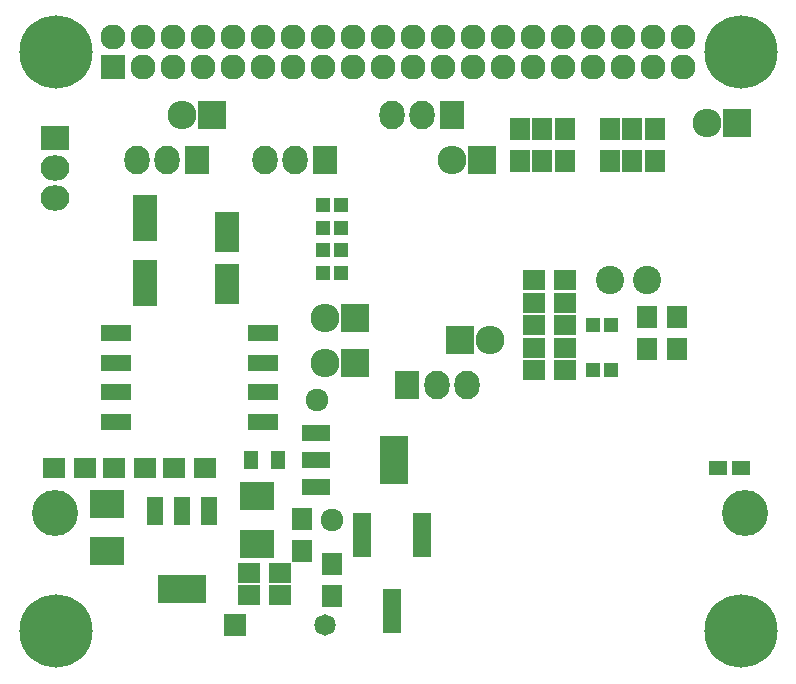
<source format=gts>
G04 #@! TF.FileFunction,Soldermask,Top*
%FSLAX46Y46*%
G04 Gerber Fmt 4.6, Leading zero omitted, Abs format (unit mm)*
G04 Created by KiCad (PCBNEW 0.201512281231+6406~40~ubuntu14.04.1-stable) date Son 03 Jan 2016 21:13:02 CET*
%MOMM*%
G01*
G04 APERTURE LIST*
%ADD10C,0.200000*%
%ADD11C,6.200000*%
%ADD12R,2.600000X1.400000*%
%ADD13R,1.900000X1.700000*%
%ADD14R,1.700000X1.900000*%
%ADD15R,2.127200X2.127200*%
%ADD16O,2.127200X2.127200*%
%ADD17R,1.197560X1.197560*%
%ADD18R,2.432000X2.432000*%
%ADD19O,2.432000X2.432000*%
%ADD20R,2.127200X2.432000*%
%ADD21O,2.127200X2.432000*%
%ADD22R,2.900000X2.400000*%
%ADD23R,1.600000X1.150000*%
%ADD24R,1.200000X1.500000*%
%ADD25C,3.900120*%
%ADD26C,2.398980*%
%ADD27R,2.432000X2.127200*%
%ADD28O,2.432000X2.127200*%
%ADD29R,2.432000X4.057600*%
%ADD30R,2.432000X1.416000*%
%ADD31R,4.057600X2.432000*%
%ADD32R,1.416000X2.432000*%
%ADD33R,1.822400X1.822400*%
%ADD34C,1.822400*%
%ADD35C,1.924000*%
%ADD36R,1.590000X3.700000*%
%ADD37R,2.000200X3.999180*%
%ADD38R,2.000200X3.399740*%
G04 APERTURE END LIST*
D10*
D11*
X100000000Y-38500000D03*
X100000000Y-87500000D03*
X42000000Y-87500000D03*
X42000000Y-38500000D03*
D12*
X47090000Y-62290000D03*
X47090000Y-64790000D03*
X47090000Y-67290000D03*
X47090000Y-69790000D03*
X59590000Y-69790000D03*
X59590000Y-67290000D03*
X59590000Y-64790000D03*
X59590000Y-62290000D03*
D13*
X58340000Y-84455000D03*
X61040000Y-84455000D03*
D14*
X65405000Y-84535000D03*
X65405000Y-81835000D03*
X62865000Y-78025000D03*
X62865000Y-80725000D03*
D13*
X51990000Y-73660000D03*
X54690000Y-73660000D03*
X58340000Y-82550000D03*
X61040000Y-82550000D03*
X46910000Y-73660000D03*
X49610000Y-73660000D03*
D15*
X46870000Y-39770000D03*
D16*
X46870000Y-37230000D03*
X49410000Y-39770000D03*
X49410000Y-37230000D03*
X51950000Y-39770000D03*
X51950000Y-37230000D03*
X54490000Y-39770000D03*
X54490000Y-37230000D03*
X57030000Y-39770000D03*
X57030000Y-37230000D03*
X59570000Y-39770000D03*
X59570000Y-37230000D03*
X62110000Y-39770000D03*
X62110000Y-37230000D03*
X64650000Y-39770000D03*
X64650000Y-37230000D03*
X67190000Y-39770000D03*
X67190000Y-37230000D03*
X69730000Y-39770000D03*
X69730000Y-37230000D03*
X72270000Y-39770000D03*
X72270000Y-37230000D03*
X74810000Y-39770000D03*
X74810000Y-37230000D03*
X77350000Y-39770000D03*
X77350000Y-37230000D03*
X79890000Y-39770000D03*
X79890000Y-37230000D03*
X82430000Y-39770000D03*
X82430000Y-37230000D03*
X84970000Y-39770000D03*
X84970000Y-37230000D03*
X87510000Y-39770000D03*
X87510000Y-37230000D03*
X90050000Y-39770000D03*
X90050000Y-37230000D03*
X92590000Y-39770000D03*
X92590000Y-37230000D03*
X95130000Y-39770000D03*
X95130000Y-37230000D03*
D17*
X64655700Y-55245000D03*
X66154300Y-55245000D03*
X64655700Y-53340000D03*
X66154300Y-53340000D03*
X64655700Y-51435000D03*
X66154300Y-51435000D03*
X87515700Y-61595000D03*
X89014300Y-61595000D03*
D13*
X44530000Y-73660000D03*
X41830000Y-73660000D03*
D14*
X85090000Y-45005000D03*
X85090000Y-47705000D03*
X88900000Y-45005000D03*
X88900000Y-47705000D03*
X90805000Y-45005000D03*
X90805000Y-47705000D03*
X92710000Y-45005000D03*
X92710000Y-47705000D03*
X94615000Y-60880000D03*
X94615000Y-63580000D03*
X92075000Y-63580000D03*
X92075000Y-60880000D03*
D13*
X82470000Y-57785000D03*
X85170000Y-57785000D03*
X85170000Y-61595000D03*
X82470000Y-61595000D03*
X85170000Y-65405000D03*
X82470000Y-65405000D03*
X85170000Y-63500000D03*
X82470000Y-63500000D03*
D18*
X67310000Y-60960000D03*
D19*
X64770000Y-60960000D03*
D20*
X53975000Y-47625000D03*
D21*
X51435000Y-47625000D03*
X48895000Y-47625000D03*
D22*
X59055000Y-76105000D03*
X59055000Y-80105000D03*
X46355000Y-76740000D03*
X46355000Y-80740000D03*
D23*
X100010000Y-73660000D03*
X98110000Y-73660000D03*
D24*
X58540000Y-73025000D03*
X60840000Y-73025000D03*
D17*
X64655700Y-57150000D03*
X66154300Y-57150000D03*
X87515700Y-65405000D03*
X89014300Y-65405000D03*
D20*
X71755000Y-66675000D03*
D21*
X74295000Y-66675000D03*
X76835000Y-66675000D03*
D18*
X67310000Y-64770000D03*
D19*
X64770000Y-64770000D03*
D18*
X76200000Y-62865000D03*
D19*
X78740000Y-62865000D03*
D25*
X100330000Y-77470000D03*
D26*
X92075000Y-57785000D03*
X88900000Y-57785000D03*
D27*
X41910000Y-45720000D03*
D28*
X41910000Y-48260000D03*
X41910000Y-50800000D03*
D20*
X64770000Y-47625000D03*
D21*
X62230000Y-47625000D03*
X59690000Y-47625000D03*
D20*
X75565000Y-43815000D03*
D21*
X73025000Y-43815000D03*
X70485000Y-43815000D03*
D18*
X99695000Y-44450000D03*
D19*
X97155000Y-44450000D03*
D18*
X55245000Y-43815000D03*
D19*
X52705000Y-43815000D03*
D18*
X78105000Y-47625000D03*
D19*
X75565000Y-47625000D03*
D29*
X70612000Y-73025000D03*
D30*
X64008000Y-73025000D03*
X64008000Y-75311000D03*
X64008000Y-70739000D03*
D31*
X52705000Y-83947000D03*
D32*
X52705000Y-77343000D03*
X50419000Y-77343000D03*
X54991000Y-77343000D03*
D13*
X85170000Y-59690000D03*
X82470000Y-59690000D03*
D14*
X81280000Y-47705000D03*
X81280000Y-45005000D03*
X83185000Y-47705000D03*
X83185000Y-45005000D03*
D33*
X57150000Y-86995000D03*
D34*
X64770000Y-86995000D03*
D35*
X65405000Y-78105000D03*
X64135000Y-67945000D03*
D25*
X41910000Y-77470000D03*
D36*
X73025000Y-79375000D03*
X70485000Y-85775000D03*
X67945000Y-79375000D03*
D37*
X49530000Y-57995820D03*
X49530000Y-52494180D03*
D38*
X56515000Y-58079640D03*
X56515000Y-53680360D03*
M02*

</source>
